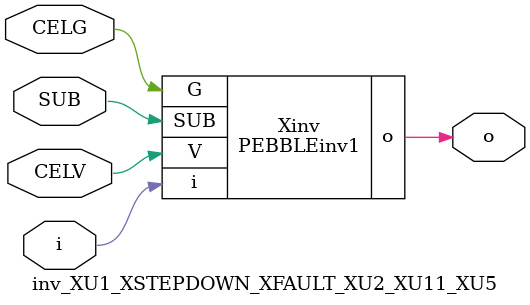
<source format=v>



module PEBBLEinv1 ( o, G, SUB, V, i );

  input V;
  input i;
  input G;
  output o;
  input SUB;
endmodule

//Celera Confidential Do Not Copy inv_XU1_XSTEPDOWN_XFAULT_XU2_XU11_XU5
//Celera Confidential Symbol Generator
//5V Inverter
module inv_XU1_XSTEPDOWN_XFAULT_XU2_XU11_XU5 (CELV,CELG,i,o,SUB);
input CELV;
input CELG;
input i;
input SUB;
output o;

//Celera Confidential Do Not Copy inv
PEBBLEinv1 Xinv(
.V (CELV),
.i (i),
.o (o),
.SUB (SUB),
.G (CELG)
);
//,diesize,PEBBLEinv1

//Celera Confidential Do Not Copy Module End
//Celera Schematic Generator
endmodule

</source>
